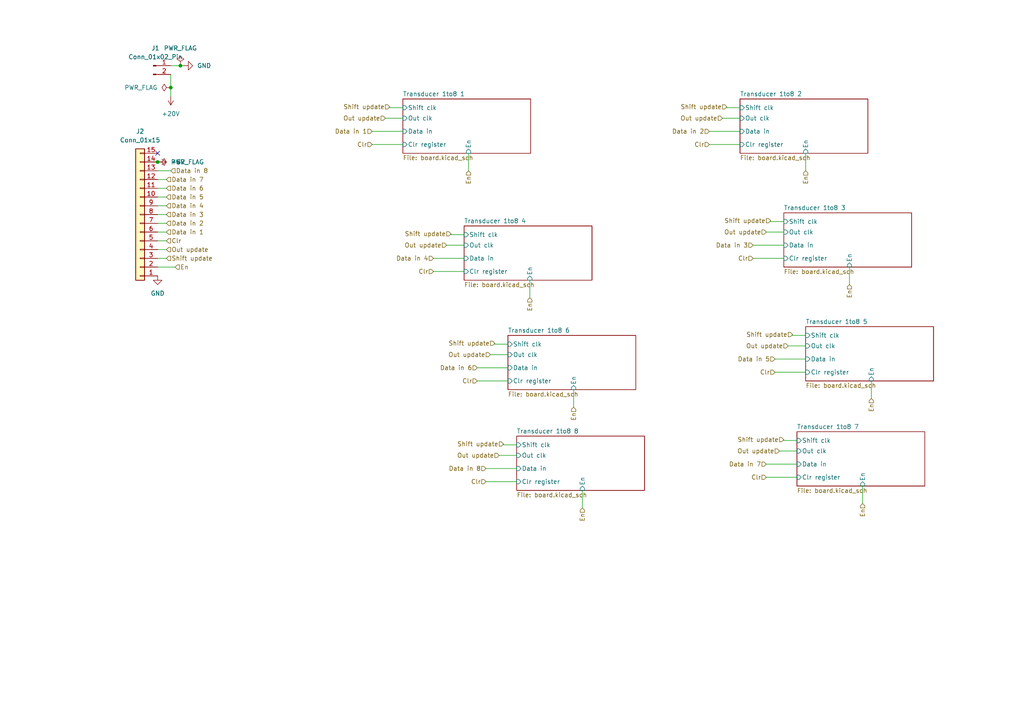
<source format=kicad_sch>
(kicad_sch (version 20250114) (generator "eeschema") (generator_version "9.0")
  (paper "A4")
  (lib_symbols
    (symbol "Connector:Conn_01x02_Pin" (pin_names (offset 1.016) (hide yes))
      (property "Reference" "J" (at 0 2.54 0))
      (property "Value" "Conn_01x02_Pin" (at 0 -5.08 0))
      (symbol "Conn_01x02_Pin_1_1"
        (rectangle (start 0.8636 0.127) (end 0 -0.127) (stroke (width 0.1524)) (fill (type outline)))
        (rectangle (start 0.8636 -2.413) (end 0 -2.667) (stroke (width 0.1524)) (fill (type outline)))
        (polyline (pts (xy 1.27 0) (xy 0.8636 0)) (stroke (width 0.1524)))
        (polyline (pts (xy 1.27 -2.54) (xy 0.8636 -2.54)) (stroke (width 0.1524)))
        (pin passive line (at 5.08 0 180) (length 3.81) (name "Pin_1") (number "1"))
        (pin passive line (at 5.08 -2.54 180) (length 3.81) (name "Pin_2") (number "2"))
      )
    )
    (symbol "Connector_Generic:Conn_01x15" (pin_names (offset 1.016) (hide yes))
      (property "Reference" "J" (at 0 20.32 0))
      (property "Value" "Conn_01x15" (at 0 -20.32 0))
      (symbol "Conn_01x15_1_1"
        (rectangle (start -1.27 19.05) (end 1.27 -19.05) (stroke (width 0.254)) (fill (type background)))
        (rectangle (start -1.27 17.907) (end 0 17.653) (stroke (width 0.1524)))
        (rectangle (start -1.27 15.367) (end 0 15.113) (stroke (width 0.1524)))
        (rectangle (start -1.27 12.827) (end 0 12.573) (stroke (width 0.1524)))
        (rectangle (start -1.27 10.287) (end 0 10.033) (stroke (width 0.1524)))
        (rectangle (start -1.27 7.747) (end 0 7.493) (stroke (width 0.1524)))
        (rectangle (start -1.27 5.207) (end 0 4.953) (stroke (width 0.1524)))
        (rectangle (start -1.27 2.667) (end 0 2.413) (stroke (width 0.1524)))
        (rectangle (start -1.27 0.127) (end 0 -0.127) (stroke (width 0.1524)))
        (rectangle (start -1.27 -2.413) (end 0 -2.667) (stroke (width 0.1524)))
        (rectangle (start -1.27 -4.953) (end 0 -5.207) (stroke (width 0.1524)))
        (rectangle (start -1.27 -7.493) (end 0 -7.747) (stroke (width 0.1524)))
        (rectangle (start -1.27 -10.033) (end 0 -10.287) (stroke (width 0.1524)))
        (rectangle (start -1.27 -12.573) (end 0 -12.827) (stroke (width 0.1524)))
        (rectangle (start -1.27 -15.113) (end 0 -15.367) (stroke (width 0.1524)))
        (rectangle (start -1.27 -17.653) (end 0 -17.907) (stroke (width 0.1524)))
        (pin passive line (at -5.08 17.78 0) (length 3.81) (name "Pin_1") (number "1"))
        (pin passive line (at -5.08 15.24 0) (length 3.81) (name "Pin_2") (number "2"))
        (pin passive line (at -5.08 12.7 0) (length 3.81) (name "Pin_3") (number "3"))
        (pin passive line (at -5.08 10.16 0) (length 3.81) (name "Pin_4") (number "4"))
        (pin passive line (at -5.08 7.62 0) (length 3.81) (name "Pin_5") (number "5"))
        (pin passive line (at -5.08 5.08 0) (length 3.81) (name "Pin_6") (number "6"))
        (pin passive line (at -5.08 2.54 0) (length 3.81) (name "Pin_7") (number "7"))
        (pin passive line (at -5.08 0 0) (length 3.81) (name "Pin_8") (number "8"))
        (pin passive line (at -5.08 -2.54 0) (length 3.81) (name "Pin_9") (number "9"))
        (pin passive line (at -5.08 -5.08 0) (length 3.81) (name "Pin_10") (number "10"))
        (pin passive line (at -5.08 -7.62 0) (length 3.81) (name "Pin_11") (number "11"))
        (pin passive line (at -5.08 -10.16 0) (length 3.81) (name "Pin_12") (number "12"))
        (pin passive line (at -5.08 -12.7 0) (length 3.81) (name "Pin_13") (number "13"))
        (pin passive line (at -5.08 -15.24 0) (length 3.81) (name "Pin_14") (number "14"))
        (pin passive line (at -5.08 -17.78 0) (length 3.81) (name "Pin_15") (number "15"))
      )
    )
    (symbol "power:+10V" (power) (pin_numbers (hide yes)) (pin_names (offset 0) (hide yes))
      (property "Value" "+10V" (at 0 3.556 0))
      (symbol "+10V_0_1"
        (polyline (pts (xy -0.762 1.27) (xy 0 2.54)))
        (polyline (pts (xy 0 2.54) (xy 0.762 1.27)))
        (polyline (pts (xy 0 0) (xy 0 2.54)))
      )
      (symbol "+10V_1_1"
        (pin power_in line (at 0 0 90) (length 0) (name "~") (number "1"))
      )
    )
    (symbol "power:+5V" (power) (pin_numbers (hide yes)) (pin_names (offset 0) (hide yes))
      (property "Value" "+5V" (at 0 3.556 0))
      (symbol "+5V_0_1"
        (polyline (pts (xy -0.762 1.27) (xy 0 2.54)))
        (polyline (pts (xy 0 2.54) (xy 0.762 1.27)))
        (polyline (pts (xy 0 0) (xy 0 2.54)))
      )
      (symbol "+5V_1_1"
        (pin power_in line (at 0 0 90) (length 0) (name "~") (number "1"))
      )
    )
    (symbol "power:GND" (power) (pin_numbers (hide yes)) (pin_names (offset 0) (hide yes))
      (property "Value" "GND" (at 0 -3.81 0))
      (symbol "GND_0_1"
        (polyline (pts (xy 0 0) (xy 0 -1.27) (xy 1.27 -1.27) (xy 0 -2.54) (xy -1.27 -1.27) (xy 0 -1.27)))
      )
      (symbol "GND_1_1"
        (pin power_in line (at 0 0 270) (length 0) (name "~") (number "1"))
      )
    )
    (symbol "power:PWR_FLAG" (power) (pin_numbers (hide yes)) (pin_names (offset 0) (hide yes))
      (property "Value" "PWR_FLAG" (at 0 3.81 0))
      (symbol "PWR_FLAG_0_0"
        (pin power_out line (at 0 0 90) (length 0) (name "~") (number "1"))
      )
      (symbol "PWR_FLAG_0_1"
        (polyline (pts (xy 0 0) (xy 0 1.27) (xy -1.016 1.905) (xy 0 2.54) (xy 1.016 1.905) (xy 0 1.27)))
      )
    )
  )
  (junction (at 49.53 25.4))
  (junction (at 52.324 19.05))
  (junction (at 45.72 46.99))
  (no_connect (at 45.72 44.45))
  (wire (pts (xy 53.34 19.05) (xy 52.324 19.05)))
  (wire (pts (xy 49.53 19.05) (xy 52.324 19.05)))
  (wire (pts (xy 107.95 38.1) (xy 116.84 38.1)))
  (wire (pts (xy 111.76 34.29) (xy 116.84 34.29)))
  (wire (pts (xy 45.72 69.85) (xy 48.26 69.85)))
  (wire (pts (xy 138.43 106.68) (xy 147.32 106.68)))
  (wire (pts (xy 168.91 142.24) (xy 168.91 147.32)))
  (wire (pts (xy 250.19 140.97) (xy 250.19 146.05)))
  (wire (pts (xy 224.79 104.14) (xy 233.68 104.14)))
  (wire (pts (xy 226.06 130.81) (xy 231.14 130.81)))
  (wire (pts (xy 143.51 99.822) (xy 147.32 99.822)))
  (wire (pts (xy 45.72 74.93) (xy 48.26 74.93)))
  (wire (pts (xy 45.72 54.61) (xy 48.26 54.61)))
  (wire (pts (xy 146.05 129.032) (xy 149.86 129.032)))
  (wire (pts (xy 222.25 134.62) (xy 231.14 134.62)))
  (wire (pts (xy 228.6 100.33) (xy 233.68 100.33)))
  (wire (pts (xy 45.72 52.07) (xy 48.26 52.07)))
  (wire (pts (xy 227.33 127.762) (xy 231.14 127.762)))
  (wire (pts (xy 233.68 44.45) (xy 233.68 49.53)))
  (wire (pts (xy 45.72 59.69) (xy 48.26 59.69)))
  (wire (pts (xy 130.81 68.072) (xy 130.81 67.818)))
  (wire (pts (xy 129.54 71.12) (xy 134.62 71.12)))
  (wire (pts (xy 229.87 97.282) (xy 229.87 97.028)))
  (wire (pts (xy 205.74 41.91) (xy 214.63 41.91)))
  (wire (pts (xy 49.53 25.4) (xy 49.53 27.94)))
  (wire (pts (xy 210.82 31.242) (xy 210.82 30.988)))
  (wire (pts (xy 140.97 139.7) (xy 149.86 139.7)))
  (wire (pts (xy 45.72 64.77) (xy 48.26 64.77)))
  (wire (pts (xy 227.33 127.762) (xy 227.33 127.508)))
  (wire (pts (xy 138.43 110.49) (xy 147.32 110.49)))
  (wire (pts (xy 229.87 97.282) (xy 233.68 97.282)))
  (wire (pts (xy 113.03 31.242) (xy 113.03 30.988)))
  (wire (pts (xy 218.44 74.93) (xy 227.33 74.93)))
  (wire (pts (xy 166.37 113.03) (xy 166.37 118.11)))
  (wire (pts (xy 45.72 62.23) (xy 48.26 62.23)))
  (wire (pts (xy 113.03 31.242) (xy 116.84 31.242)))
  (wire (pts (xy 210.82 31.242) (xy 214.63 31.242)))
  (wire (pts (xy 205.74 38.1) (xy 214.63 38.1)))
  (wire (pts (xy 224.79 107.95) (xy 233.68 107.95)))
  (wire (pts (xy 49.53 21.59) (xy 49.53 25.4)))
  (wire (pts (xy 125.73 74.93) (xy 134.62 74.93)))
  (wire (pts (xy 223.52 64.262) (xy 227.33 64.262)))
  (wire (pts (xy 222.25 138.43) (xy 231.14 138.43)))
  (wire (pts (xy 143.51 99.822) (xy 143.51 99.568)))
  (wire (pts (xy 252.73 110.49) (xy 252.73 115.57)))
  (wire (pts (xy 135.89 44.45) (xy 135.89 49.53)))
  (wire (pts (xy 130.81 68.072) (xy 134.62 68.072)))
  (wire (pts (xy 146.05 129.032) (xy 146.05 128.778)))
  (wire (pts (xy 246.38 77.47) (xy 246.38 82.55)))
  (wire (pts (xy 125.73 78.74) (xy 134.62 78.74)))
  (wire (pts (xy 222.25 67.31) (xy 227.33 67.31)))
  (wire (pts (xy 45.72 77.47) (xy 50.8 77.47)))
  (wire (pts (xy 140.97 135.89) (xy 149.86 135.89)))
  (wire (pts (xy 45.72 57.15) (xy 48.26 57.15)))
  (wire (pts (xy 45.72 67.31) (xy 48.26 67.31)))
  (wire (pts (xy 144.78 132.08) (xy 149.86 132.08)))
  (wire (pts (xy 142.24 102.87) (xy 147.32 102.87)))
  (wire (pts (xy 49.53 49.53) (xy 45.72 49.53)))
  (wire (pts (xy 107.95 41.91) (xy 116.84 41.91)))
  (wire (pts (xy 223.52 64.262) (xy 223.52 64.008)))
  (wire (pts (xy 209.55 34.29) (xy 214.63 34.29)))
  (wire (pts (xy 45.72 72.39) (xy 48.26 72.39)))
  (wire (pts (xy 218.44 71.12) (xy 227.33 71.12)))
  (wire (pts (xy 153.67 81.28) (xy 153.67 86.36)))
  (hierarchical_label "En" (shape input) (at 135.89 49.53 270))
  (hierarchical_label "Clr" (shape input) (at 218.44 74.93 180))
  (hierarchical_label "Data in 6" (shape input) (at 48.26 54.61 0))
  (hierarchical_label "Out update" (shape input) (at 228.6 100.33 180))
  (hierarchical_label "Out update" (shape input) (at 111.76 34.29 180))
  (hierarchical_label "Data in 5" (shape input) (at 224.79 104.14 180))
  (hierarchical_label "Shift update" (shape input) (at 210.82 30.988 180))
  (hierarchical_label "Clr" (shape input) (at 138.43 110.49 180))
  (hierarchical_label "Clr" (shape input) (at 125.73 78.74 180))
  (hierarchical_label "En" (shape input) (at 250.19 146.05 270))
  (hierarchical_label "Data in 3" (shape input) (at 218.44 71.12 180))
  (hierarchical_label "Out update" (shape input) (at 226.06 130.81 180))
  (hierarchical_label "Data in 5" (shape input) (at 48.26 57.15 0))
  (hierarchical_label "Out update" (shape input) (at 129.54 71.12 180))
  (hierarchical_label "Shift update" (shape input) (at 130.81 67.818 180))
  (hierarchical_label "Shift update" (shape input) (at 229.87 97.028 180))
  (hierarchical_label "Data in 3" (shape input) (at 48.26 62.23 0))
  (hierarchical_label "Data in 4" (shape input) (at 125.73 74.93 180))
  (hierarchical_label "Out update" (shape input) (at 144.78 132.08 180))
  (hierarchical_label "Out update" (shape input) (at 48.26 72.39 0))
  (hierarchical_label "En" (shape input) (at 166.37 118.11 270))
  (hierarchical_label "Shift update" (shape input) (at 227.33 127.508 180))
  (hierarchical_label "En" (shape input) (at 246.38 82.55 270))
  (hierarchical_label "En" (shape input) (at 50.8 77.47 0))
  (hierarchical_label "En" (shape input) (at 153.67 86.36 270))
  (hierarchical_label "Data in 7" (shape input) (at 222.25 134.62 180))
  (hierarchical_label "Clr" (shape input) (at 224.79 107.95 180))
  (hierarchical_label "En" (shape input) (at 252.73 115.57 270))
  (hierarchical_label "Shift update" (shape input) (at 146.05 128.778 180))
  (hierarchical_label "Clr" (shape input) (at 48.26 69.85 0))
  (hierarchical_label "Data in 2" (shape input) (at 205.74 38.1 180))
  (hierarchical_label "Data in 1" (shape input) (at 107.95 38.1 180))
  (hierarchical_label "Shift update" (shape input) (at 143.51 99.568 180))
  (hierarchical_label "Clr" (shape input) (at 140.97 139.7 180))
  (hierarchical_label "Data in 8" (shape input) (at 140.97 135.89 180))
  (hierarchical_label "Data in 7" (shape input) (at 48.26 52.07 0))
  (hierarchical_label "En" (shape input) (at 233.68 49.53 270))
  (hierarchical_label "Out update" (shape input) (at 222.25 67.31 180))
  (hierarchical_label "Data in 8" (shape input) (at 49.53 49.53 0))
  (hierarchical_label "Data in 2" (shape input) (at 48.26 64.77 0))
  (hierarchical_label "Out update" (shape input) (at 209.55 34.29 180))
  (hierarchical_label "Out update" (shape input) (at 142.24 102.87 180))
  (hierarchical_label "Clr" (shape input) (at 205.74 41.91 180))
  (hierarchical_label "Clr" (shape input) (at 222.25 138.43 180))
  (hierarchical_label "Shift update" (shape input) (at 113.03 30.988 180))
  (hierarchical_label "Clr" (shape input) (at 107.95 41.91 180))
  (hierarchical_label "Data in 1" (shape input) (at 48.26 67.31 0))
  (hierarchical_label "Shift update" (shape input) (at 223.52 64.008 180))
  (hierarchical_label "Shift update" (shape input) (at 48.26 74.93 0))
  (hierarchical_label "Data in 4" (shape input) (at 48.26 59.69 0))
  (hierarchical_label "En" (shape input) (at 168.91 147.32 270))
  (hierarchical_label "Data in 6" (shape input) (at 138.43 106.68 180))
  (symbol (lib_id "power:PWR_FLAG") (at 45.72 46.99 270) (unit 1)
    (property "Reference" "#FLG03" (effects (hide yes)))
    (property "Value" "PWR_FLAG" (at 49.53 46.9899 90) (effects (justify left)))
    (property "Description" "Special symbol for telling ERC where power comes from" (effects (hide yes)))
  )
  (symbol (lib_id "power:+10V") (at 49.53 27.94 180) (unit 1)
    (property "Reference" "#PWR02" (effects (hide yes)))
    (property "Value" "+20V" (at 49.53 33.02 0))
    (property "Description" "Power symbol creates a global label with name \"+10V\"" (effects (hide yes)))
  )
  (symbol (lib_id "power:GND") (at 53.34 19.05 90) (unit 1)
    (property "Reference" "#PWR01" (effects (hide yes)))
    (property "Value" "GND" (at 57.15 19.0499 90) (effects (justify right)))
    (property "Description" "Power symbol creates a global label with name \"GND\" , ground" (effects (hide yes)))
  )
  (symbol (lib_id "Connector:Conn_01x02_Pin") (at 44.45 19.05 0) (unit 1)
    (property "Reference" "J1" (at 45.085 13.97 0))
    (property "Value" "Conn_01x02_Pin" (at 45.085 16.51 0))
    (property "Footprint" "Connector_AMASS:AMASS_XT30UPB-F_1x02_P5.0mm_Vertical" (effects (hide yes)))
    (property "Description" "Generic connector, single row, 01x02, script generated" (effects (hide yes)))
    (property "JLCPCB" "C428721" (effects (hide yes)))
  )
  (symbol (lib_id "Connector_Generic:Conn_01x15") (at 40.64 62.23 180) (unit 1)
    (property "Reference" "J2" (at 40.64 38.1 0))
    (property "Value" "Conn_01x15" (at 40.64 40.64 0))
    (property "Footprint" "Connector_PinHeader_2.54mm:PinHeader_1x15_P2.54mm_Vertical" (effects (hide yes)))
    (property "Description" "Generic connector, single row, 01x15, script generated (kicad-library-utils/schlib/autogen/connector/)" (effects (hide yes)))
    (property "JLCPCB" "C7509525" (effects (hide yes)))
  )
  (symbol (lib_id "power:GND") (at 45.72 80.01 0) (unit 1)
    (property "Reference" "#PWR04" (effects (hide yes)))
    (property "Value" "GND" (at 45.72 85.09 0))
    (property "Description" "Power symbol creates a global label with name \"GND\" , ground" (effects (hide yes)))
  )
  (symbol (lib_id "power:PWR_FLAG") (at 52.324 19.05 0) (unit 1)
    (property "Reference" "#FLG01" (effects (hide yes)))
    (property "Value" "PWR_FLAG" (at 52.324 13.97 0))
    (property "Description" "Special symbol for telling ERC where power comes from" (effects (hide yes)))
  )
  (symbol (lib_id "power:+5V") (at 45.72 46.99 270) (unit 1)
    (property "Reference" "#PWR03" (effects (hide yes)))
    (property "Value" "+5V" (at 49.53 46.9899 90) (effects (justify left)))
    (property "Description" "Power symbol creates a global label with name \"+5V\"" (effects (hide yes)))
  )
  (symbol (lib_id "power:PWR_FLAG") (at 49.53 25.4 90) (unit 1)
    (property "Reference" "#FLG02" (effects (hide yes)))
    (property "Value" "PWR_FLAG" (at 45.72 25.3999 90) (effects (justify left)))
    (property "Description" "Special symbol for telling ERC where power comes from" (effects (hide yes)))
  )
  (sheet (at 227.33 61.722) (size 37.084 15.748) (stroke (width 0.1524))
    (property "Sheetname" "Transducer 1to8 3" (at 227.33 61.0104 0) (effects (justify left bottom)))
    (property "Sheetfile" "board.kicad_sch" (at 227.33 78.0546 0) (effects (justify left top)))
    (pin "Data in" input (at 227.33 71.12 180))
    (pin "Clr register" input (at 227.33 74.93 180))
    (pin "En" input (at 246.38 77.47 270))
    (pin "Out clk" input (at 227.33 67.31 180))
    (pin "Shift clk" input (at 227.33 64.262 180))
  )
  (sheet (at 149.86 126.492) (size 37.084 15.748) (stroke (width 0.1524))
    (property "Sheetname" "Transducer 1to8 8" (at 149.86 125.7804 0) (effects (justify left bottom)))
    (property "Sheetfile" "board.kicad_sch" (at 149.86 142.8246 0) (effects (justify left top)))
    (pin "Data in" input (at 149.86 135.89 180))
    (pin "Clr register" input (at 149.86 139.7 180))
    (pin "En" input (at 168.91 142.24 270))
    (pin "Out clk" input (at 149.86 132.08 180))
    (pin "Shift clk" input (at 149.86 129.032 180))
  )
  (sheet (at 134.62 65.532) (size 37.084 15.748) (stroke (width 0.1524))
    (property "Sheetname" "Transducer 1to8 4" (at 134.62 64.8204 0) (effects (justify left bottom)))
    (property "Sheetfile" "board.kicad_sch" (at 134.62 81.8646 0) (effects (justify left top)))
    (pin "Data in" input (at 134.62 74.93 180))
    (pin "Clr register" input (at 134.62 78.74 180))
    (pin "En" input (at 153.67 81.28 270))
    (pin "Out clk" input (at 134.62 71.12 180))
    (pin "Shift clk" input (at 134.62 68.072 180))
  )
  (sheet (at 214.63 28.702) (size 37.084 15.748) (stroke (width 0.1524))
    (property "Sheetname" "Transducer 1to8 2" (at 214.63 27.9904 0) (effects (justify left bottom)))
    (property "Sheetfile" "board.kicad_sch" (at 214.63 45.0346 0) (effects (justify left top)))
    (pin "Data in" input (at 214.63 38.1 180))
    (pin "Clr register" input (at 214.63 41.91 180))
    (pin "En" input (at 233.68 44.45 270))
    (pin "Out clk" input (at 214.63 34.29 180))
    (pin "Shift clk" input (at 214.63 31.242 180))
  )
  (sheet (at 147.32 97.282) (size 37.084 15.748) (stroke (width 0.1524))
    (property "Sheetname" "Transducer 1to8 6" (at 147.32 96.5704 0) (effects (justify left bottom)))
    (property "Sheetfile" "board.kicad_sch" (at 147.32 113.6146 0) (effects (justify left top)))
    (pin "Data in" input (at 147.32 106.68 180))
    (pin "Clr register" input (at 147.32 110.49 180))
    (pin "En" input (at 166.37 113.03 270))
    (pin "Out clk" input (at 147.32 102.87 180))
    (pin "Shift clk" input (at 147.32 99.822 180))
  )
  (sheet (at 116.84 28.702) (size 37.084 15.748) (stroke (width 0.1524))
    (property "Sheetname" "Transducer 1to8 1" (at 116.84 27.9904 0) (effects (justify left bottom)))
    (property "Sheetfile" "board.kicad_sch" (at 116.84 45.0346 0) (effects (justify left top)))
    (pin "Data in" input (at 116.84 38.1 180))
    (pin "Clr register" input (at 116.84 41.91 180))
    (pin "En" input (at 135.89 44.45 270))
    (pin "Out clk" input (at 116.84 34.29 180))
    (pin "Shift clk" input (at 116.84 31.242 180))
  )
  (sheet (at 233.68 94.742) (size 37.084 15.748) (stroke (width 0.1524))
    (property "Sheetname" "Transducer 1to8 5" (at 233.68 94.0304 0) (effects (justify left bottom)))
    (property "Sheetfile" "board.kicad_sch" (at 233.68 111.0746 0) (effects (justify left top)))
    (pin "Data in" input (at 233.68 104.14 180))
    (pin "Clr register" input (at 233.68 107.95 180))
    (pin "En" input (at 252.73 110.49 270))
    (pin "Out clk" input (at 233.68 100.33 180))
    (pin "Shift clk" input (at 233.68 97.282 180))
  )
  (sheet (at 231.14 125.222) (size 37.084 15.748) (stroke (width 0.1524))
    (property "Sheetname" "Transducer 1to8 7" (at 231.14 124.5104 0) (effects (justify left bottom)))
    (property "Sheetfile" "board.kicad_sch" (at 231.14 141.5546 0) (effects (justify left top)))
    (pin "Data in" input (at 231.14 134.62 180))
    (pin "Clr register" input (at 231.14 138.43 180))
    (pin "En" input (at 250.19 140.97 270))
    (pin "Out clk" input (at 231.14 130.81 180))
    (pin "Shift clk" input (at 231.14 127.762 180))
  )
)
</source>
